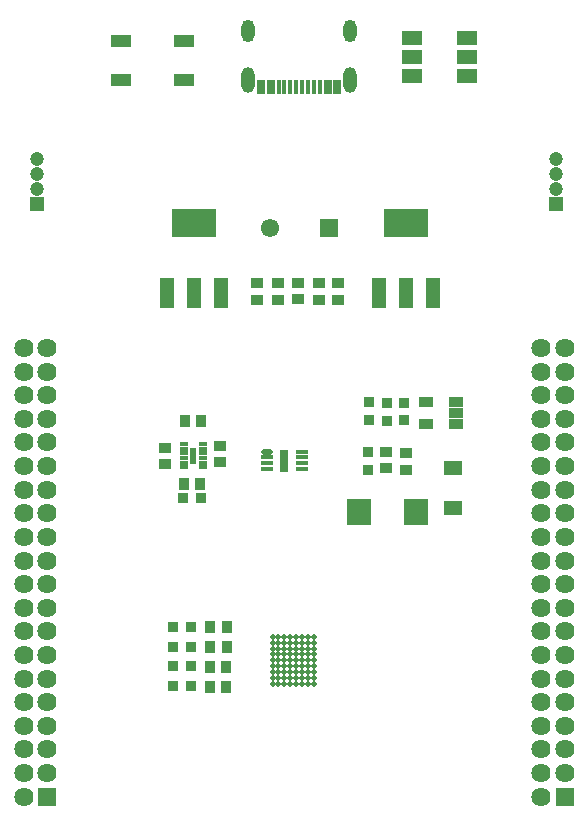
<source format=gbr>
G04*
G04 #@! TF.GenerationSoftware,Altium Limited,Altium Designer,22.4.2 (48)*
G04*
G04 Layer_Color=8388736*
%FSLAX25Y25*%
%MOIN*%
G70*
G04*
G04 #@! TF.SameCoordinates,3F43F253-9996-4CA0-957E-582612897B16*
G04*
G04*
G04 #@! TF.FilePolarity,Negative*
G04*
G01*
G75*
%ADD37R,0.06706X0.04737*%
%ADD38R,0.06706X0.04343*%
%ADD39R,0.01581X0.04928*%
%ADD40R,0.02762X0.04928*%
%ADD41C,0.01981*%
%ADD42R,0.03550X0.03943*%
%ADD43R,0.03575X0.03802*%
%ADD44R,0.05910X0.05120*%
%ADD45R,0.03943X0.03550*%
%ADD46R,0.03802X0.03575*%
%ADD47R,0.07970X0.09060*%
%ADD48R,0.01981X0.05524*%
%ADD49R,0.03162X0.01587*%
%ADD50R,0.03950X0.01784*%
%ADD51O,0.03950X0.01784*%
%ADD52R,0.02769X0.07493*%
%ADD53R,0.04731X0.10243*%
%ADD54R,0.14573X0.09613*%
%ADD55R,0.05131X0.03556*%
%ADD56O,0.04337X0.07487*%
%ADD57O,0.04337X0.08668*%
%ADD58R,0.06400X0.06400*%
%ADD59C,0.06400*%
%ADD60R,0.06115X0.06115*%
%ADD61C,0.06115*%
%ADD62R,0.04737X0.04737*%
%ADD63C,0.04737*%
D37*
X242621Y486799D02*
D03*
Y480500D02*
D03*
Y474201D02*
D03*
X261000Y486799D02*
D03*
Y480500D02*
D03*
Y474201D02*
D03*
D38*
X166701Y472819D02*
D03*
Y485811D02*
D03*
X145500Y473000D02*
D03*
Y485992D02*
D03*
D39*
X211890Y470699D02*
D03*
X209921D02*
D03*
X207953D02*
D03*
X205984D02*
D03*
X204016D02*
D03*
X202047D02*
D03*
X200079D02*
D03*
X198110D02*
D03*
D40*
X195551D02*
D03*
X192402D02*
D03*
X214449D02*
D03*
X217599D02*
D03*
D41*
X203969Y287343D02*
D03*
X196095Y287343D02*
D03*
X198063D02*
D03*
X202000D02*
D03*
X207906D02*
D03*
X209874D02*
D03*
X196095Y285374D02*
D03*
Y283405D02*
D03*
Y281437D02*
D03*
Y279468D02*
D03*
Y277500D02*
D03*
Y275532D02*
D03*
X198063Y285374D02*
D03*
X200031D02*
D03*
X202000D02*
D03*
X203969D02*
D03*
X205937D02*
D03*
X207906D02*
D03*
X209874D02*
D03*
X198063Y283405D02*
D03*
X200031D02*
D03*
X202000D02*
D03*
X203969D02*
D03*
X205937D02*
D03*
X207906D02*
D03*
X209874D02*
D03*
X198063Y281437D02*
D03*
X200031D02*
D03*
X202000D02*
D03*
X203969D02*
D03*
X205937D02*
D03*
X207906D02*
D03*
X209874D02*
D03*
X198063Y279468D02*
D03*
X200031D02*
D03*
X202000D02*
D03*
X203969D02*
D03*
X205937D02*
D03*
X207906D02*
D03*
X209874D02*
D03*
X198063Y277500D02*
D03*
X200031D02*
D03*
X202000D02*
D03*
X203969D02*
D03*
X205937D02*
D03*
X207906D02*
D03*
X209874D02*
D03*
X198063Y275532D02*
D03*
X200031D02*
D03*
X202000D02*
D03*
X203969D02*
D03*
X205937D02*
D03*
X207906D02*
D03*
X209874D02*
D03*
X198063Y273563D02*
D03*
X200031D02*
D03*
X202000D02*
D03*
X203969D02*
D03*
X205937D02*
D03*
X207906D02*
D03*
X209874D02*
D03*
X198063Y271595D02*
D03*
X200031D02*
D03*
X202000D02*
D03*
X203969D02*
D03*
X205937D02*
D03*
X207906Y271595D02*
D03*
X209874Y271595D02*
D03*
X196095Y271595D02*
D03*
Y273563D02*
D03*
X200031Y287343D02*
D03*
X205937Y287343D02*
D03*
D42*
X175187Y270704D02*
D03*
X180699D02*
D03*
X180731Y277358D02*
D03*
X175219D02*
D03*
X180764Y290603D02*
D03*
X175252D02*
D03*
X180756Y284000D02*
D03*
X175244D02*
D03*
X172028Y338213D02*
D03*
X166516D02*
D03*
X172284Y359213D02*
D03*
X166772D02*
D03*
D43*
X168894Y290542D02*
D03*
X162962D02*
D03*
X168966Y284000D02*
D03*
X163034D02*
D03*
X168932Y277448D02*
D03*
X163000D02*
D03*
X168966Y271000D02*
D03*
X163034D02*
D03*
X166306Y333713D02*
D03*
X172238D02*
D03*
D44*
X256304Y343668D02*
D03*
Y330288D02*
D03*
D45*
X240612Y343000D02*
D03*
Y348512D02*
D03*
X234000Y349012D02*
D03*
Y343500D02*
D03*
X191000Y399744D02*
D03*
Y405256D02*
D03*
X178650Y345457D02*
D03*
Y350969D02*
D03*
X160150Y350347D02*
D03*
Y344835D02*
D03*
X198000Y399744D02*
D03*
Y405256D02*
D03*
X218000Y399744D02*
D03*
Y405256D02*
D03*
X211500Y399744D02*
D03*
Y405256D02*
D03*
X204750Y405317D02*
D03*
Y399805D02*
D03*
D46*
X234105Y359410D02*
D03*
Y365342D02*
D03*
X227804Y343046D02*
D03*
Y348978D02*
D03*
X228304Y365444D02*
D03*
Y359512D02*
D03*
X239907Y359478D02*
D03*
Y365410D02*
D03*
D47*
X243804Y328978D02*
D03*
X224804D02*
D03*
D48*
X169650Y347713D02*
D03*
D49*
X172799Y343776D02*
D03*
Y345350D02*
D03*
Y346925D02*
D03*
Y348500D02*
D03*
Y350075D02*
D03*
Y351650D02*
D03*
X166500Y343776D02*
D03*
Y345350D02*
D03*
Y346925D02*
D03*
Y348500D02*
D03*
Y350075D02*
D03*
Y351650D02*
D03*
D50*
X205961Y347107D02*
D03*
Y345138D02*
D03*
Y343170D02*
D03*
Y349075D02*
D03*
X194150Y347107D02*
D03*
Y345138D02*
D03*
Y343170D02*
D03*
D51*
Y349075D02*
D03*
D52*
X200000Y346000D02*
D03*
D53*
X231445Y401807D02*
D03*
X240500D02*
D03*
X249555D02*
D03*
X160945D02*
D03*
X170000D02*
D03*
X179055D02*
D03*
D54*
X240500Y425193D02*
D03*
X170000D02*
D03*
D55*
X257398Y358234D02*
D03*
Y361974D02*
D03*
X257398Y365722D02*
D03*
X247210D02*
D03*
Y358241D02*
D03*
D56*
X187992Y489301D02*
D03*
X222008D02*
D03*
D57*
Y472963D02*
D03*
X187992D02*
D03*
D58*
X293500Y234008D02*
D03*
X121000D02*
D03*
D59*
X285626D02*
D03*
X293500Y241882D02*
D03*
X285626D02*
D03*
X293500Y249756D02*
D03*
X285626D02*
D03*
X293500Y257630D02*
D03*
X285626D02*
D03*
X293500Y265504D02*
D03*
X285626D02*
D03*
X293500Y273378D02*
D03*
X285626D02*
D03*
X293500Y281252D02*
D03*
X285626D02*
D03*
X293500Y289126D02*
D03*
X285626D02*
D03*
X293500Y297000D02*
D03*
X285626D02*
D03*
X293500Y304874D02*
D03*
X285626D02*
D03*
X293500Y312748D02*
D03*
X285626D02*
D03*
X293500Y320622D02*
D03*
X285626D02*
D03*
X293500Y328496D02*
D03*
X285626D02*
D03*
X293500Y336370D02*
D03*
X285626D02*
D03*
X293500Y344244D02*
D03*
X285626D02*
D03*
X293500Y352118D02*
D03*
X285626D02*
D03*
X293500Y359992D02*
D03*
X285626D02*
D03*
X293500Y367866D02*
D03*
X285626D02*
D03*
X293500Y375740D02*
D03*
X285626D02*
D03*
X293500Y383614D02*
D03*
X285626D02*
D03*
X113126Y234008D02*
D03*
X121000Y241882D02*
D03*
X113126D02*
D03*
X121000Y249756D02*
D03*
X113126D02*
D03*
X121000Y257630D02*
D03*
X113126D02*
D03*
X121000Y265504D02*
D03*
X113126D02*
D03*
X121000Y273378D02*
D03*
X113126D02*
D03*
X121000Y281252D02*
D03*
X113126D02*
D03*
X121000Y289126D02*
D03*
X113126D02*
D03*
X121000Y297000D02*
D03*
X113126D02*
D03*
X121000Y304874D02*
D03*
X113126D02*
D03*
X121000Y312748D02*
D03*
X113126D02*
D03*
X121000Y320622D02*
D03*
X113126D02*
D03*
X121000Y328496D02*
D03*
X113126D02*
D03*
X121000Y336370D02*
D03*
X113126D02*
D03*
X121000Y344244D02*
D03*
X113126D02*
D03*
X121000Y352118D02*
D03*
X113126D02*
D03*
X121000Y359992D02*
D03*
X113126D02*
D03*
X121000Y367866D02*
D03*
X113126D02*
D03*
X121000Y375740D02*
D03*
X113126D02*
D03*
X121000Y383614D02*
D03*
X113126D02*
D03*
D60*
X214843Y423500D02*
D03*
D61*
X195158Y423500D02*
D03*
D62*
X117500Y431500D02*
D03*
X290500D02*
D03*
D63*
X117500Y436500D02*
D03*
Y441500D02*
D03*
Y446500D02*
D03*
X290500Y436500D02*
D03*
Y441500D02*
D03*
Y446500D02*
D03*
M02*

</source>
